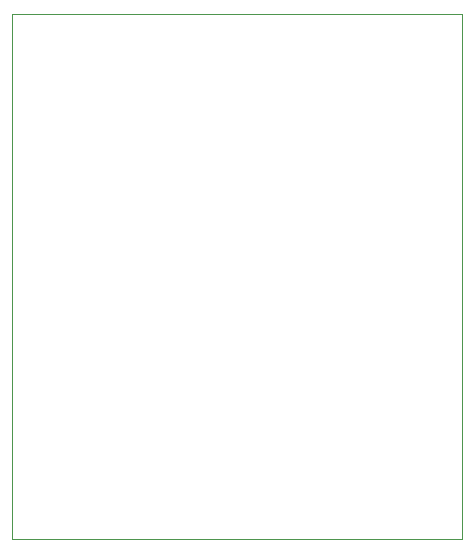
<source format=gbr>
%TF.GenerationSoftware,KiCad,Pcbnew,(5.1.10)-1*%
%TF.CreationDate,2021-05-24T22:58:33-05:00*%
%TF.ProjectId,mario2,6d617269-6f32-42e6-9b69-6361645f7063,rev?*%
%TF.SameCoordinates,Original*%
%TF.FileFunction,Profile,NP*%
%FSLAX46Y46*%
G04 Gerber Fmt 4.6, Leading zero omitted, Abs format (unit mm)*
G04 Created by KiCad (PCBNEW (5.1.10)-1) date 2021-05-24 22:58:33*
%MOMM*%
%LPD*%
G01*
G04 APERTURE LIST*
%TA.AperFunction,Profile*%
%ADD10C,0.050000*%
%TD*%
G04 APERTURE END LIST*
D10*
X121920000Y-95250000D02*
X120650000Y-95250000D01*
X121920000Y-50800000D02*
X121920000Y-95250000D01*
X120650000Y-50800000D02*
X121920000Y-50800000D01*
X120650000Y-50800000D02*
X83820000Y-50800000D01*
X83820000Y-95250000D02*
X120650000Y-95250000D01*
X83820000Y-50800000D02*
X83820000Y-95250000D01*
M02*

</source>
